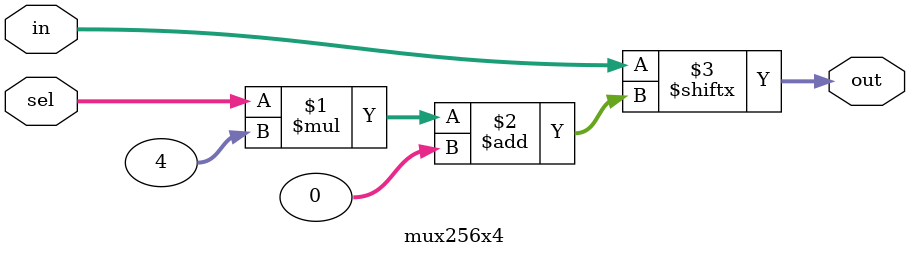
<source format=v>

 module mux256x4 (
    input  wire [1023:0] in,   // 256 words × 4 bits
    input  wire [7:0]    sel,  // selects 0–255
    output wire [3:0]    out   // selected 4-bit word
);

    // Select 4-bit chunk using variable part-select
    assign out = in[(sel*4) +: 4]; //(sel*4) +: 4 means: "Starting from bit (sel*4), take 4 bits upward."

endmodule

</source>
